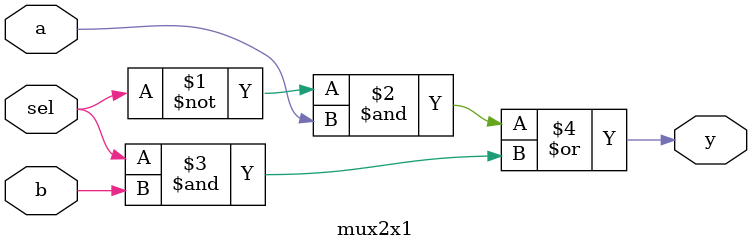
<source format=v>
module mux2x1(input a,b,sel, output y);
  assign y = (~sel&a)|(sel&b);
endmodule

</source>
